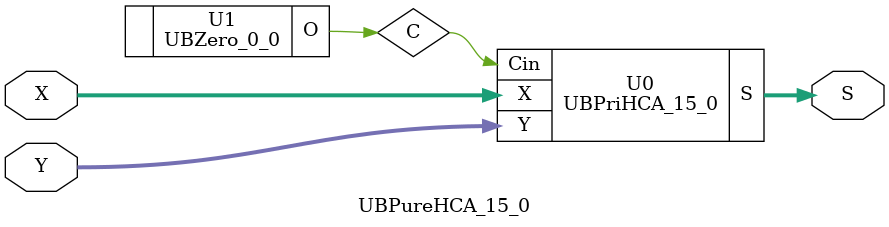
<source format=v>
/*----------------------------------------------------------------------------
  Copyright (c) 2021 Homma laboratory. All rights reserved.

  Top module: UBHCA_11_0_15_0

  Operand-1 length: 12
  Operand-2 length: 16
  Two-operand addition algorithm: Han-Carlson adder
----------------------------------------------------------------------------*/

module UB1DCON_0(O, I);
  output O;
  input I;
  assign O = I;
endmodule

module UB1DCON_1(O, I);
  output O;
  input I;
  assign O = I;
endmodule

module UB1DCON_2(O, I);
  output O;
  input I;
  assign O = I;
endmodule

module UB1DCON_3(O, I);
  output O;
  input I;
  assign O = I;
endmodule

module UB1DCON_4(O, I);
  output O;
  input I;
  assign O = I;
endmodule

module UB1DCON_5(O, I);
  output O;
  input I;
  assign O = I;
endmodule

module UB1DCON_6(O, I);
  output O;
  input I;
  assign O = I;
endmodule

module UB1DCON_7(O, I);
  output O;
  input I;
  assign O = I;
endmodule

module UB1DCON_8(O, I);
  output O;
  input I;
  assign O = I;
endmodule

module UB1DCON_9(O, I);
  output O;
  input I;
  assign O = I;
endmodule

module UB1DCON_10(O, I);
  output O;
  input I;
  assign O = I;
endmodule

module UB1DCON_11(O, I);
  output O;
  input I;
  assign O = I;
endmodule

module UBZero_15_12(O);
  output [15:12] O;
  assign O[12] = 0;
  assign O[13] = 0;
  assign O[14] = 0;
  assign O[15] = 0;
endmodule

module GPGenerator(Go, Po, A, B);
  output Go;
  output Po;
  input A;
  input B;
  assign Go = A & B;
  assign Po = A ^ B;
endmodule

module CarryOperator(Go, Po, Gi1, Pi1, Gi2, Pi2);
  output Go;
  output Po;
  input Gi1;
  input Gi2;
  input Pi1;
  input Pi2;
  assign Go = Gi1 | ( Gi2 & Pi1 );
  assign Po = Pi1 & Pi2;
endmodule

module UBPriHCA_15_0(S, X, Y, Cin);
  output [16:0] S;
  input Cin;
  input [15:0] X;
  input [15:0] Y;
  wire [15:0] G0;
  wire [15:0] G1;
  wire [15:0] G2;
  wire [15:0] G3;
  wire [15:0] G4;
  wire [15:0] G5;
  wire [15:0] P0;
  wire [15:0] P1;
  wire [15:0] P2;
  wire [15:0] P3;
  wire [15:0] P4;
  wire [15:0] P5;
  assign P1[0] = P0[0];
  assign G1[0] = G0[0];
  assign P1[2] = P0[2];
  assign G1[2] = G0[2];
  assign P1[4] = P0[4];
  assign G1[4] = G0[4];
  assign P1[6] = P0[6];
  assign G1[6] = G0[6];
  assign P1[8] = P0[8];
  assign G1[8] = G0[8];
  assign P1[10] = P0[10];
  assign G1[10] = G0[10];
  assign P1[12] = P0[12];
  assign G1[12] = G0[12];
  assign P1[14] = P0[14];
  assign G1[14] = G0[14];
  assign P2[0] = P1[0];
  assign G2[0] = G1[0];
  assign P2[1] = P1[1];
  assign G2[1] = G1[1];
  assign P2[2] = P1[2];
  assign G2[2] = G1[2];
  assign P2[4] = P1[4];
  assign G2[4] = G1[4];
  assign P2[6] = P1[6];
  assign G2[6] = G1[6];
  assign P2[8] = P1[8];
  assign G2[8] = G1[8];
  assign P2[10] = P1[10];
  assign G2[10] = G1[10];
  assign P2[12] = P1[12];
  assign G2[12] = G1[12];
  assign P2[14] = P1[14];
  assign G2[14] = G1[14];
  assign P3[0] = P2[0];
  assign G3[0] = G2[0];
  assign P3[1] = P2[1];
  assign G3[1] = G2[1];
  assign P3[2] = P2[2];
  assign G3[2] = G2[2];
  assign P3[3] = P2[3];
  assign G3[3] = G2[3];
  assign P3[4] = P2[4];
  assign G3[4] = G2[4];
  assign P3[6] = P2[6];
  assign G3[6] = G2[6];
  assign P3[8] = P2[8];
  assign G3[8] = G2[8];
  assign P3[10] = P2[10];
  assign G3[10] = G2[10];
  assign P3[12] = P2[12];
  assign G3[12] = G2[12];
  assign P3[14] = P2[14];
  assign G3[14] = G2[14];
  assign P4[0] = P3[0];
  assign G4[0] = G3[0];
  assign P4[1] = P3[1];
  assign G4[1] = G3[1];
  assign P4[2] = P3[2];
  assign G4[2] = G3[2];
  assign P4[3] = P3[3];
  assign G4[3] = G3[3];
  assign P4[4] = P3[4];
  assign G4[4] = G3[4];
  assign P4[5] = P3[5];
  assign G4[5] = G3[5];
  assign P4[6] = P3[6];
  assign G4[6] = G3[6];
  assign P4[7] = P3[7];
  assign G4[7] = G3[7];
  assign P4[8] = P3[8];
  assign G4[8] = G3[8];
  assign P4[10] = P3[10];
  assign G4[10] = G3[10];
  assign P4[12] = P3[12];
  assign G4[12] = G3[12];
  assign P4[14] = P3[14];
  assign G4[14] = G3[14];
  assign P5[0] = P4[0];
  assign G5[0] = G4[0];
  assign P5[1] = P4[1];
  assign G5[1] = G4[1];
  assign P5[3] = P4[3];
  assign G5[3] = G4[3];
  assign P5[5] = P4[5];
  assign G5[5] = G4[5];
  assign P5[7] = P4[7];
  assign G5[7] = G4[7];
  assign P5[9] = P4[9];
  assign G5[9] = G4[9];
  assign P5[11] = P4[11];
  assign G5[11] = G4[11];
  assign P5[13] = P4[13];
  assign G5[13] = G4[13];
  assign P5[15] = P4[15];
  assign G5[15] = G4[15];
  assign S[0] = Cin ^ P0[0];
  assign S[1] = ( G5[0] | ( P5[0] & Cin ) ) ^ P0[1];
  assign S[2] = ( G5[1] | ( P5[1] & Cin ) ) ^ P0[2];
  assign S[3] = ( G5[2] | ( P5[2] & Cin ) ) ^ P0[3];
  assign S[4] = ( G5[3] | ( P5[3] & Cin ) ) ^ P0[4];
  assign S[5] = ( G5[4] | ( P5[4] & Cin ) ) ^ P0[5];
  assign S[6] = ( G5[5] | ( P5[5] & Cin ) ) ^ P0[6];
  assign S[7] = ( G5[6] | ( P5[6] & Cin ) ) ^ P0[7];
  assign S[8] = ( G5[7] | ( P5[7] & Cin ) ) ^ P0[8];
  assign S[9] = ( G5[8] | ( P5[8] & Cin ) ) ^ P0[9];
  assign S[10] = ( G5[9] | ( P5[9] & Cin ) ) ^ P0[10];
  assign S[11] = ( G5[10] | ( P5[10] & Cin ) ) ^ P0[11];
  assign S[12] = ( G5[11] | ( P5[11] & Cin ) ) ^ P0[12];
  assign S[13] = ( G5[12] | ( P5[12] & Cin ) ) ^ P0[13];
  assign S[14] = ( G5[13] | ( P5[13] & Cin ) ) ^ P0[14];
  assign S[15] = ( G5[14] | ( P5[14] & Cin ) ) ^ P0[15];
  assign S[16] = G5[15] | ( P5[15] & Cin );
  GPGenerator U0 (G0[0], P0[0], X[0], Y[0]);
  GPGenerator U1 (G0[1], P0[1], X[1], Y[1]);
  GPGenerator U2 (G0[2], P0[2], X[2], Y[2]);
  GPGenerator U3 (G0[3], P0[3], X[3], Y[3]);
  GPGenerator U4 (G0[4], P0[4], X[4], Y[4]);
  GPGenerator U5 (G0[5], P0[5], X[5], Y[5]);
  GPGenerator U6 (G0[6], P0[6], X[6], Y[6]);
  GPGenerator U7 (G0[7], P0[7], X[7], Y[7]);
  GPGenerator U8 (G0[8], P0[8], X[8], Y[8]);
  GPGenerator U9 (G0[9], P0[9], X[9], Y[9]);
  GPGenerator U10 (G0[10], P0[10], X[10], Y[10]);
  GPGenerator U11 (G0[11], P0[11], X[11], Y[11]);
  GPGenerator U12 (G0[12], P0[12], X[12], Y[12]);
  GPGenerator U13 (G0[13], P0[13], X[13], Y[13]);
  GPGenerator U14 (G0[14], P0[14], X[14], Y[14]);
  GPGenerator U15 (G0[15], P0[15], X[15], Y[15]);
  CarryOperator U16 (G1[1], P1[1], G0[1], P0[1], G0[0], P0[0]);
  CarryOperator U17 (G1[3], P1[3], G0[3], P0[3], G0[2], P0[2]);
  CarryOperator U18 (G1[5], P1[5], G0[5], P0[5], G0[4], P0[4]);
  CarryOperator U19 (G1[7], P1[7], G0[7], P0[7], G0[6], P0[6]);
  CarryOperator U20 (G1[9], P1[9], G0[9], P0[9], G0[8], P0[8]);
  CarryOperator U21 (G1[11], P1[11], G0[11], P0[11], G0[10], P0[10]);
  CarryOperator U22 (G1[13], P1[13], G0[13], P0[13], G0[12], P0[12]);
  CarryOperator U23 (G1[15], P1[15], G0[15], P0[15], G0[14], P0[14]);
  CarryOperator U24 (G2[3], P2[3], G1[3], P1[3], G1[1], P1[1]);
  CarryOperator U25 (G2[5], P2[5], G1[5], P1[5], G1[3], P1[3]);
  CarryOperator U26 (G2[7], P2[7], G1[7], P1[7], G1[5], P1[5]);
  CarryOperator U27 (G2[9], P2[9], G1[9], P1[9], G1[7], P1[7]);
  CarryOperator U28 (G2[11], P2[11], G1[11], P1[11], G1[9], P1[9]);
  CarryOperator U29 (G2[13], P2[13], G1[13], P1[13], G1[11], P1[11]);
  CarryOperator U30 (G2[15], P2[15], G1[15], P1[15], G1[13], P1[13]);
  CarryOperator U31 (G3[5], P3[5], G2[5], P2[5], G2[1], P2[1]);
  CarryOperator U32 (G3[7], P3[7], G2[7], P2[7], G2[3], P2[3]);
  CarryOperator U33 (G3[9], P3[9], G2[9], P2[9], G2[5], P2[5]);
  CarryOperator U34 (G3[11], P3[11], G2[11], P2[11], G2[7], P2[7]);
  CarryOperator U35 (G3[13], P3[13], G2[13], P2[13], G2[9], P2[9]);
  CarryOperator U36 (G3[15], P3[15], G2[15], P2[15], G2[11], P2[11]);
  CarryOperator U37 (G4[9], P4[9], G3[9], P3[9], G3[1], P3[1]);
  CarryOperator U38 (G4[11], P4[11], G3[11], P3[11], G3[3], P3[3]);
  CarryOperator U39 (G4[13], P4[13], G3[13], P3[13], G3[5], P3[5]);
  CarryOperator U40 (G4[15], P4[15], G3[15], P3[15], G3[7], P3[7]);
  CarryOperator U41 (G5[2], P5[2], G4[2], P4[2], G4[1], P4[1]);
  CarryOperator U42 (G5[4], P5[4], G4[4], P4[4], G4[3], P4[3]);
  CarryOperator U43 (G5[6], P5[6], G4[6], P4[6], G4[5], P4[5]);
  CarryOperator U44 (G5[8], P5[8], G4[8], P4[8], G4[7], P4[7]);
  CarryOperator U45 (G5[10], P5[10], G4[10], P4[10], G4[9], P4[9]);
  CarryOperator U46 (G5[12], P5[12], G4[12], P4[12], G4[11], P4[11]);
  CarryOperator U47 (G5[14], P5[14], G4[14], P4[14], G4[13], P4[13]);
endmodule

module UBZero_0_0(O);
  output [0:0] O;
  assign O[0] = 0;
endmodule

module UBCON_11_0 (O, I);
  output [11:0] O;
  input [11:0] I;
  UB1DCON_0 U0 (O[0], I[0]);
  UB1DCON_1 U1 (O[1], I[1]);
  UB1DCON_2 U2 (O[2], I[2]);
  UB1DCON_3 U3 (O[3], I[3]);
  UB1DCON_4 U4 (O[4], I[4]);
  UB1DCON_5 U5 (O[5], I[5]);
  UB1DCON_6 U6 (O[6], I[6]);
  UB1DCON_7 U7 (O[7], I[7]);
  UB1DCON_8 U8 (O[8], I[8]);
  UB1DCON_9 U9 (O[9], I[9]);
  UB1DCON_10 U10 (O[10], I[10]);
  UB1DCON_11 U11 (O[11], I[11]);
endmodule

module UBExtender_11_0_1000 (O, I);
  output [15:0] O;
  input [11:0] I;
  UBCON_11_0 U0 (O[11:0], I[11:0]);
  UBZero_15_12 U1 (O[15:12]);
endmodule

module UBHCA_11_0_15_0 (S, X, Y);
  output [16:0] S;
  input [11:0] X;
  input [15:0] Y;
  wire [15:0] Z;
  UBExtender_11_0_1000 U0 (Z[15:0], X[11:0]);
  UBPureHCA_15_0 U1 (S[16:0], Z[15:0], Y[15:0]);
endmodule

module UBPureHCA_15_0 (S, X, Y);
  output [16:0] S;
  input [15:0] X;
  input [15:0] Y;
  wire C;
  UBPriHCA_15_0 U0 (S, X, Y, C);
  UBZero_0_0 U1 (C);
endmodule


</source>
